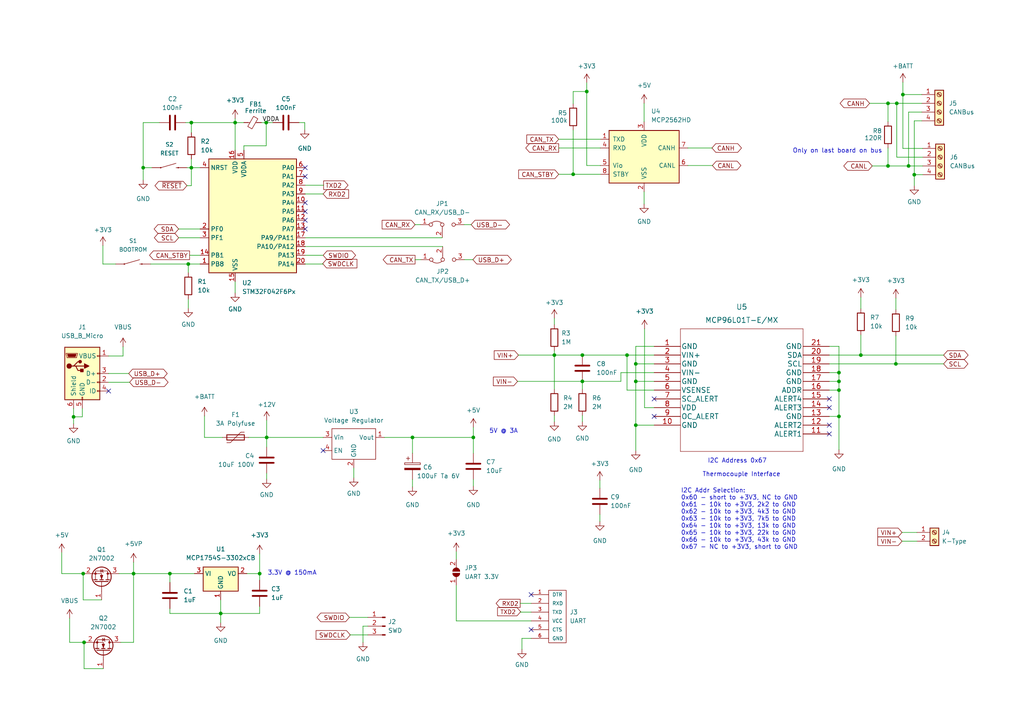
<source format=kicad_sch>
(kicad_sch (version 20211123) (generator eeschema)
  (paper "A4")
  (title_block (title "CANBus Thermocouple Sensor") (date "2023-02-28") (rev "1.0") (company "Gavin Hurlbut"))
  (lib_symbols
    (symbol "+3V3_2" (power) (pin_names (offset 0))
      (property "Value" "+3V3_2" (at 0 3.556 0))
      (symbol "+3V3_2_1_1"
        (pin power_in line (at 0 0 90) (length 0) hide (name "+3V3") (number "1"))
      )
    )
    (symbol "+3V3_3" (power) (pin_names (offset 0))
      (property "Value" "+3V3_3" (at 0 3.556 0))
      (symbol "+3V3_3_1_1"
        (pin power_in line (at 0 0 90) (length 0) hide (name "+3V3") (number "1"))
      )
    )
    (symbol "+3V3_5" (power) (pin_names (offset 0))
      (property "Value" "+3V3_5" (at 0 3.556 0))
      (symbol "+3V3_5_1_1"
        (pin power_in line (at 0 0 90) (length 0) hide (name "+3V3") (number "1"))
      )
    )
    (symbol "+BATT_1" (power) (pin_names (offset 0))
      (property "Value" "+BATT_1" (at 0 3.556 0))
      (symbol "+BATT_1_1_1"
        (pin power_in line (at 0 0 90) (length 0) hide (name "+BATT") (number "1"))
      )
    )
    (symbol "Beirdo:FTDI-TARGET" (pin_names (offset 1.016))
      (property "Reference" "J?" (at -1.27 1.27 0))
      (property "Value" "FTDI-TARGET" (at -6.35 -17.78 0))
      (symbol "FTDI-TARGET_1_1"
        (pin passive line (at -7.62 -1.27 0) (length 5.08) (name "DTR") (number "1"))
        (pin passive line (at -7.62 -3.81 0) (length 5.08) (name "RXD") (number "2"))
        (pin passive line (at -7.62 -6.35 0) (length 5.08) (name "TXD") (number "3"))
        (pin passive line (at -7.62 -8.89 0) (length 5.08) (name "VCC") (number "4"))
        (pin passive line (at -7.62 -11.43 0) (length 5.08) (name "CTS") (number "5"))
        (pin passive line (at -7.62 -13.97 0) (length 5.08) (name "GND") (number "6"))
      )
    )
    (symbol "Beirdo:MOMENTARY-SWITCH-SPST-PTH-6.0MM" (pin_numbers hide) (pin_names (offset 1.016) hide)
      (property "Reference" "S1" (at 0 6.731 0))
      (property "Value" "MOMENTARY-SWITCH-SPST-PTH-6.0MM" (at 0 4.191 0))
      (symbol "MOMENTARY-SWITCH-SPST-PTH-6.0MM_1_1"
        (pin passive line (at -5.08 0 0) (length 2.54) (name "1") (number "1"))
        (pin passive line (at -5.08 -1.27 0) (length 2.54) hide (name "1") (number "2"))
        (pin passive line (at 5.08 0 180) (length 2.54) (name "2") (number "3"))
        (pin passive line (at 5.08 -1.27 180) (length 2.54) hide (name "2") (number "4"))
      )
    )
    (symbol "Beirdo:Switching_Regulator_Module"
      (property "Reference" "U?" (at 0 5.08 0))
      (property "Value" "Switching_Regulator_Module" (at 0 2.54 0))
      (symbol "Switching_Regulator_Module_1_1"
        (pin power_out line (at 8.89 -2.54 180) (length 2.54) (name "Vout") (number "1"))
        (pin passive line (at 0 -11.43 90) (length 2.54) (name "GND") (number "2"))
        (pin power_in line (at -8.89 -2.54 0) (length 2.54) (name "Vin") (number "3"))
        (pin input line (at -8.89 -6.35 0) (length 2.54) (name "EN") (number "4"))
      )
    )
    (symbol "Connector:Conn_01x03_Male" (pin_names (offset 1.016) hide)
      (property "Reference" "J" (at 0 5.08 0))
      (property "Value" "Conn_01x03_Male" (at 0 -5.08 0))
      (symbol "Conn_01x03_Male_1_1"
        (pin passive line (at 5.08 2.54 180) (length 3.81) (name "Pin_1") (number "1"))
        (pin passive line (at 5.08 0 180) (length 3.81) (name "Pin_2") (number "2"))
        (pin passive line (at 5.08 -2.54 180) (length 3.81) (name "Pin_3") (number "3"))
      )
    )
    (symbol "Connector:Screw_Terminal_01x02" (pin_names (offset 1.016) hide)
      (property "Reference" "J" (at 0 2.54 0))
      (property "Value" "Screw_Terminal_01x02" (at 0 -5.08 0))
      (symbol "Screw_Terminal_01x02_1_1"
        (pin passive line (at -5.08 0 0) (length 3.81) (name "Pin_1") (number "1"))
        (pin passive line (at -5.08 -2.54 0) (length 3.81) (name "Pin_2") (number "2"))
      )
    )
    (symbol "Connector:Screw_Terminal_01x04" (pin_names (offset 1.016) hide)
      (property "Reference" "J" (at 0 5.08 0))
      (property "Value" "Screw_Terminal_01x04" (at 0 -7.62 0))
      (symbol "Screw_Terminal_01x04_1_1"
        (pin passive line (at -5.08 2.54 0) (length 3.81) (name "Pin_1") (number "1"))
        (pin passive line (at -5.08 0 0) (length 3.81) (name "Pin_2") (number "2"))
        (pin passive line (at -5.08 -2.54 0) (length 3.81) (name "Pin_3") (number "3"))
        (pin passive line (at -5.08 -5.08 0) (length 3.81) (name "Pin_4") (number "4"))
      )
    )
    (symbol "Connector:USB_B_Micro" (pin_names (offset 1.016))
      (property "Reference" "J" (at -5.08 11.43 0))
      (property "Value" "USB_B_Micro" (at -5.08 8.89 0))
      (symbol "USB_B_Micro_1_1"
        (pin power_out line (at 7.62 5.08 180) (length 2.54) (name "VBUS") (number "1"))
        (pin bidirectional line (at 7.62 -2.54 180) (length 2.54) (name "D-") (number "2"))
        (pin bidirectional line (at 7.62 0 180) (length 2.54) (name "D+") (number "3"))
        (pin passive line (at 7.62 -5.08 180) (length 2.54) (name "ID") (number "4"))
        (pin power_out line (at 0 -10.16 90) (length 2.54) (name "GND") (number "5"))
        (pin passive line (at -2.54 -10.16 90) (length 2.54) (name "Shield") (number "6"))
      )
    )
    (symbol "Device:C" (pin_numbers hide) (pin_names (offset 0.254))
      (property "Reference" "C" (at 0.635 2.54 0))
      (property "Value" "C" (at 0.635 -2.54 0))
      (symbol "C_1_1"
        (pin passive line (at 0 3.81 270) (length 2.794) (name "~") (number "1"))
        (pin passive line (at 0 -3.81 90) (length 2.794) (name "~") (number "2"))
      )
    )
    (symbol "Device:C_Polarized" (pin_numbers hide) (pin_names (offset 0.254))
      (property "Reference" "C" (at 0.635 2.54 0))
      (property "Value" "C_Polarized" (at 0.635 -2.54 0))
      (symbol "C_Polarized_1_1"
        (pin passive line (at 0 3.81 270) (length 2.794) (name "~") (number "1"))
        (pin passive line (at 0 -3.81 90) (length 2.794) (name "~") (number "2"))
      )
    )
    (symbol "Device:FerriteBead_Small" (pin_numbers hide) (pin_names (offset 0))
      (property "Reference" "FB" (at 1.905 1.27 0))
      (property "Value" "FerriteBead_Small" (at 1.905 -1.27 0))
      (symbol "FerriteBead_Small_1_1"
        (pin passive line (at 0 2.54 270) (length 1.27) (name "~") (number "1"))
        (pin passive line (at 0 -2.54 90) (length 1.27) (name "~") (number "2"))
      )
    )
    (symbol "Device:Polyfuse" (pin_numbers hide) (pin_names (offset 0))
      (property "Reference" "F" (at -2.54 0 90))
      (property "Value" "Polyfuse" (at 2.54 0 90))
      (symbol "Polyfuse_1_1"
        (pin passive line (at 0 3.81 270) (length 1.27) (name "~") (number "1"))
        (pin passive line (at 0 -3.81 90) (length 1.27) (name "~") (number "2"))
      )
    )
    (symbol "Device:R" (pin_numbers hide) (pin_names (offset 0))
      (property "Reference" "R" (at 2.032 0 90))
      (property "Value" "R" (at 0 0 90))
      (symbol "R_1_1"
        (pin passive line (at 0 3.81 270) (length 1.27) (name "~") (number "1"))
        (pin passive line (at 0 -3.81 90) (length 1.27) (name "~") (number "2"))
      )
    )
    (symbol "Interface_CAN_LIN:MCP2562-H-SN" (pin_names (offset 1.016))
      (property "Reference" "U" (at -10.16 8.89 0))
      (property "Value" "MCP2562-H-SN" (at 2.54 8.89 0))
      (symbol "MCP2562-H-SN_1_1"
        (pin input line (at -12.7 5.08 0) (length 2.54) (name "TXD") (number "1"))
        (pin power_in line (at 0 -10.16 90) (length 2.54) (name "VSS") (number "2"))
        (pin power_in line (at 0 10.16 270) (length 2.54) (name "VDD") (number "3"))
        (pin output line (at -12.7 2.54 0) (length 2.54) (name "RXD") (number "4"))
        (pin power_in line (at -12.7 -2.54 0) (length 2.54) (name "Vio") (number "5"))
        (pin bidirectional line (at 12.7 -2.54 180) (length 2.54) (name "CANL") (number "6"))
        (pin bidirectional line (at 12.7 2.54 180) (length 2.54) (name "CANH") (number "7"))
        (pin input line (at -12.7 -5.08 0) (length 2.54) (name "STBY") (number "8"))
      )
    )
    (symbol "Jumper:Jumper_3_Bridged12" (pin_names (offset 0) hide)
      (property "Reference" "JP" (at -2.54 -2.54 0))
      (property "Value" "Jumper_3_Bridged12" (at 0 2.794 0))
      (symbol "Jumper_3_Bridged12_1_1"
        (pin passive line (at -6.35 0 0) (length 2.54) (name "A") (number "1"))
        (pin passive line (at 0 -3.81 90) (length 2.54) (name "C") (number "2"))
        (pin passive line (at 6.35 0 180) (length 2.54) (name "B") (number "3"))
      )
    )
    (symbol "Jumper:SolderJumper_2_Open" (pin_names (offset 0) hide)
      (property "Reference" "JP" (at 0 2.032 0))
      (property "Value" "SolderJumper_2_Open" (at 0 -2.54 0))
      (symbol "SolderJumper_2_Open_1_1"
        (pin passive line (at -3.81 0 0) (length 2.54) (name "A") (number "1"))
        (pin passive line (at 3.81 0 180) (length 2.54) (name "B") (number "2"))
      )
    )
    (symbol "MCU_ST_STM32F0:STM32F042F6Px"
      (property "Reference" "U" (at -12.7 16.51 0))
      (property "Value" "STM32F042F6Px" (at 0 16.51 0))
      (symbol "STM32F042F6Px_1_1"
        (pin bidirectional line (at -15.24 -15.24 0) (length 2.54) (name "PB8") (number "1"))
        (pin bidirectional line (at 15.24 2.54 180) (length 2.54) (name "PA4") (number "10"))
        (pin bidirectional line (at 15.24 0 180) (length 2.54) (name "PA5") (number "11"))
        (pin bidirectional line (at 15.24 -2.54 180) (length 2.54) (name "PA6") (number "12"))
        (pin bidirectional line (at 15.24 -5.08 180) (length 2.54) (name "PA7") (number "13"))
        (pin bidirectional line (at -15.24 -12.7 0) (length 2.54) (name "PB1") (number "14"))
        (pin power_in line (at -5.08 -20.32 90) (length 2.54) (name "VSS") (number "15"))
        (pin power_in line (at -5.08 17.78 270) (length 2.54) (name "VDD") (number "16"))
        (pin bidirectional line (at 15.24 -7.62 180) (length 2.54) (name "PA9/PA11") (number "17"))
        (pin bidirectional line (at 15.24 -10.16 180) (length 2.54) (name "PA10/PA12") (number "18"))
        (pin bidirectional line (at 15.24 -12.7 180) (length 2.54) (name "PA13") (number "19"))
        (pin input line (at -15.24 -5.08 0) (length 2.54) (name "PF0") (number "2"))
        (pin bidirectional line (at 15.24 -15.24 180) (length 2.54) (name "PA14") (number "20"))
        (pin input line (at -15.24 -7.62 0) (length 2.54) (name "PF1") (number "3"))
        (pin input line (at -15.24 12.7 0) (length 2.54) (name "NRST") (number "4"))
        (pin power_in line (at -2.54 17.78 270) (length 2.54) (name "VDDA") (number "5"))
        (pin bidirectional line (at 15.24 12.7 180) (length 2.54) (name "PA0") (number "6"))
        (pin bidirectional line (at 15.24 10.16 180) (length 2.54) (name "PA1") (number "7"))
        (pin bidirectional line (at 15.24 7.62 180) (length 2.54) (name "PA2") (number "8"))
        (pin bidirectional line (at 15.24 5.08 180) (length 2.54) (name "PA3") (number "9"))
      )
    )
    (symbol "Regulator_Linear:MCP1754S-3302xCB"
      (property "Reference" "U" (at -3.81 3.175 0))
      (property "Value" "MCP1754S-3302xCB" (at -0.635 3.175 0))
      (symbol "MCP1754S-3302xCB_1_1"
        (pin power_in line (at 0 -7.62 90) (length 2.54) (name "GND") (number "1"))
        (pin power_out line (at 7.62 0 180) (length 2.54) (name "VO") (number "2"))
        (pin power_in line (at -7.62 0 0) (length 2.54) (name "VI") (number "3"))
      )
    )
    (symbol "Transistor_FET:2N7002" (pin_names hide)
      (property "Reference" "Q" (at 5.08 1.905 0))
      (property "Value" "2N7002" (at 5.08 0 0))
      (symbol "2N7002_1_1"
        (pin input line (at -5.08 0 0) (length 2.54) (name "G") (number "1"))
        (pin passive line (at 2.54 -5.08 90) (length 2.54) (name "S") (number "2"))
        (pin passive line (at 2.54 5.08 270) (length 2.54) (name "D") (number "3"))
      )
    )
    (symbol "UltraLibrarian:MCP96L01T-E{brace}slash}MX" (pin_names (offset 0.254))
      (property "Reference" "U" (at 25.4 10.16 0))
      (property "Value" "MCP96L01T-E{brace}slash}MX" (at 25.4 7.62 0))
      (symbol "MCP96L01T-E{brace}slash}MX_1_1"
        (pin power_in line (at 0 0 0) (length 7.62) (name "GND") (number "1"))
        (pin power_in line (at 0 -22.86 0) (length 7.62) (name "GND") (number "10"))
        (pin output line (at 50.8 -25.4 180) (length 7.62) (name "ALERT1") (number "11"))
        (pin output line (at 50.8 -22.86 180) (length 7.62) (name "ALERT2") (number "12"))
        (pin power_in line (at 50.8 -20.32 180) (length 7.62) (name "GND") (number "13"))
        (pin output line (at 50.8 -17.78 180) (length 7.62) (name "ALERT3") (number "14"))
        (pin output line (at 50.8 -15.24 180) (length 7.62) (name "ALERT4") (number "15"))
        (pin input line (at 50.8 -12.7 180) (length 7.62) (name "ADDR") (number "16"))
        (pin power_in line (at 50.8 -10.16 180) (length 7.62) (name "GND") (number "17"))
        (pin power_in line (at 50.8 -7.62 180) (length 7.62) (name "GND") (number "18"))
        (pin input line (at 50.8 -5.08 180) (length 7.62) (name "SCL") (number "19"))
        (pin input line (at 0 -2.54 0) (length 7.62) (name "VIN+") (number "2"))
        (pin bidirectional line (at 50.8 -2.54 180) (length 7.62) (name "SDA") (number "20"))
        (pin power_in line (at 50.8 0 180) (length 7.62) (name "GND") (number "21"))
        (pin power_in line (at 0 -5.08 0) (length 7.62) (name "GND") (number "3"))
        (pin input line (at 0 -7.62 0) (length 7.62) (name "VIN-") (number "4"))
        (pin power_in line (at 0 -10.16 0) (length 7.62) (name "GND") (number "5"))
        (pin input line (at 0 -12.7 0) (length 7.62) (name "VSENSE") (number "6"))
        (pin output line (at 0 -15.24 0) (length 7.62) (name "SC_ALERT") (number "7"))
        (pin power_in line (at 0 -17.78 0) (length 7.62) (name "VDD") (number "8"))
        (pin output line (at 0 -20.32 0) (length 7.62) (name "OC_ALERT") (number "9"))
      )
    )
    (symbol "power:+12V" (power) (pin_names (offset 0))
      (property "Value" "+12V" (at 0 3.556 0))
      (symbol "+12V_1_1"
        (pin power_in line (at 0 0 90) (length 0) hide (name "+12V") (number "1"))
      )
    )
    (symbol "power:+3V3" (power) (pin_names (offset 0))
      (property "Value" "+3V3" (at 0 3.556 0))
      (symbol "+3V3_1_1"
        (pin power_in line (at 0 0 90) (length 0) hide (name "+3V3") (number "1"))
      )
    )
    (symbol "power:+5V" (power) (pin_names (offset 0))
      (property "Value" "+5V" (at 0 3.556 0))
      (symbol "+5V_1_1"
        (pin power_in line (at 0 0 90) (length 0) hide (name "+5V") (number "1"))
      )
    )
    (symbol "power:+5VP" (power) (pin_names (offset 0))
      (property "Value" "+5VP" (at 0 3.556 0))
      (symbol "+5VP_1_1"
        (pin power_in line (at 0 0 90) (length 0) hide (name "+5VP") (number "1"))
      )
    )
    (symbol "power:+BATT" (power) (pin_names (offset 0))
      (property "Value" "+BATT" (at 0 3.556 0))
      (symbol "+BATT_1_1"
        (pin power_in line (at 0 0 90) (length 0) hide (name "+BATT") (number "1"))
      )
    )
    (symbol "power:GND" (power) (pin_names (offset 0))
      (property "Value" "GND" (at 0 -3.81 0))
      (symbol "GND_1_1"
        (pin power_in line (at 0 0 270) (length 0) hide (name "GND") (number "1"))
      )
    )
    (symbol "power:VBUS" (power) (pin_names (offset 0))
      (property "Value" "VBUS" (at 0 3.81 0))
      (symbol "VBUS_1_1"
        (pin power_in line (at 0 0 90) (length 0) hide (name "VBUS") (number "1"))
      )
    )
  )
  (junction (at 259.842 105.537))
  (junction (at 261.874 27.432))
  (junction (at 24.13 166.37))
  (junction (at 38.735 166.37))
  (junction (at 49.276 166.37))
  (junction (at 184.404 123.317))
  (junction (at 257.556 48.133))
  (junction (at 257.556 29.972))
  (junction (at 243.332 108.077))
  (junction (at 184.404 105.537))
  (junction (at 55.499 48.641))
  (junction (at 168.91 102.997))
  (junction (at 265.176 50.673))
  (junction (at 263.525 48.133))
  (junction (at 64.008 177.927))
  (junction (at 137.287 126.873))
  (junction (at 54.61 76.581))
  (junction (at 77.216 35.56))
  (junction (at 260.096 29.972))
  (junction (at 41.529 48.641))
  (junction (at 243.332 120.777))
  (junction (at 168.91 110.617))
  (junction (at 119.634 126.873))
  (junction (at 170.18 26.543))
  (junction (at 55.499 35.56))
  (junction (at 77.343 126.873))
  (junction (at 243.332 113.157))
  (junction (at 243.332 110.617))
  (junction (at 21.336 120.904))
  (junction (at 184.404 110.617))
  (junction (at 24.384 186.309))
  (junction (at 160.782 102.997))
  (junction (at 181.864 102.997))
  (junction (at 249.682 102.997))
  (junction (at 166.243 50.546))
  (junction (at 68.199 35.56))
  (junction (at 75.311 166.37))
  (no_connect (at 88.519 48.641))
  (no_connect (at 240.538 118.237))
  (no_connect (at 88.519 51.181))
  (no_connect (at 154.051 172.466))
  (no_connect (at 154.051 182.626))
  (no_connect (at 88.519 63.881))
  (no_connect (at 240.538 115.697))
  (no_connect (at 88.519 66.421))
  (no_connect (at 88.519 61.341))
  (no_connect (at 189.738 120.777))
  (no_connect (at 31.496 113.411))
  (no_connect (at 189.738 115.697))
  (no_connect (at 240.538 125.857))
  (no_connect (at 88.519 58.801))
  (no_connect (at 240.538 123.317))
  (no_connect (at 93.726 130.683))
  (wire (pts (xy 51.816 66.421) (xy 58.039 66.421)))
  (wire (pts (xy 261.874 43.053) (xy 267.589 43.053)))
  (wire (pts (xy 181.864 102.997) (xy 189.738 102.997)))
  (wire (pts (xy 31.496 108.331) (xy 37.338 108.331)))
  (wire (pts (xy 88.519 68.961) (xy 128.27 68.961)))
  (wire (pts (xy 77.216 35.56) (xy 79.121 35.56)))
  (wire (pts (xy 68.199 81.661) (xy 68.199 84.963)))
  (wire (pts (xy 259.842 105.537) (xy 273.685 105.537)))
  (wire (pts (xy 189.738 105.537) (xy 184.404 105.537)))
  (wire (pts (xy 189.738 100.457) (xy 184.404 100.457)))
  (wire (pts (xy 44.069 48.641) (xy 41.529 48.641)))
  (wire (pts (xy 55.499 38.481) (xy 55.499 35.56)))
  (wire (pts (xy 265.176 53.848) (xy 265.176 50.673)))
  (wire (pts (xy 263.525 48.133) (xy 267.589 48.133)))
  (wire (pts (xy 257.556 48.133) (xy 263.525 48.133)))
  (wire (pts (xy 243.332 108.077) (xy 243.332 110.617)))
  (wire (pts (xy 189.738 110.617) (xy 184.404 110.617)))
  (wire (pts (xy 150.114 110.617) (xy 168.91 110.617)))
  (wire (pts (xy 132.334 180.086) (xy 154.051 180.086)))
  (wire (pts (xy 249.682 86.233) (xy 249.682 89.535)))
  (wire (pts (xy 186.944 118.237) (xy 189.738 118.237)))
  (wire (pts (xy 120.396 75.311) (xy 122.047 75.311)))
  (wire (pts (xy 54.229 48.641) (xy 55.499 48.641)))
  (wire (pts (xy 243.332 120.777) (xy 240.538 120.777)))
  (wire (pts (xy 261.874 23.876) (xy 261.874 27.432)))
  (wire (pts (xy 59.309 126.873) (xy 59.309 120.65)))
  (wire (pts (xy 49.276 176.53) (xy 49.276 177.927)))
  (wire (pts (xy 243.332 110.617) (xy 243.332 113.157)))
  (wire (pts (xy 240.538 105.537) (xy 259.842 105.537)))
  (wire (pts (xy 55.499 46.101) (xy 55.499 48.641)))
  (wire (pts (xy 72.136 126.873) (xy 77.343 126.873)))
  (wire (pts (xy 93.599 76.581) (xy 93.599 76.454)))
  (wire (pts (xy 101.473 184.15) (xy 106.68 184.15)))
  (wire (pts (xy 68.199 34.417) (xy 68.199 35.56)))
  (wire (pts (xy 121.92 65.151) (xy 120.396 65.151)))
  (wire (pts (xy 41.529 35.56) (xy 46.228 35.56)))
  (wire (pts (xy 41.529 48.641) (xy 41.529 52.197)))
  (wire (pts (xy 160.782 101.727) (xy 160.782 102.997)))
  (wire (pts (xy 35.687 103.251) (xy 35.687 100.584)))
  (wire (pts (xy 259.842 97.409) (xy 259.842 105.537)))
  (wire (pts (xy 49.276 166.37) (xy 49.276 168.91)))
  (wire (pts (xy 75.311 166.37) (xy 75.311 168.275)))
  (wire (pts (xy 132.334 160.02) (xy 132.334 162.179)))
  (wire (pts (xy 58.039 68.961) (xy 51.816 68.961)))
  (wire (pts (xy 173.99 139.319) (xy 173.99 141.605)))
  (wire (pts (xy 240.538 100.457) (xy 243.332 100.457)))
  (wire (pts (xy 24.384 193.929) (xy 24.384 186.309)))
  (wire (pts (xy 151.003 177.546) (xy 151.003 177.419)))
  (wire (pts (xy 54.61 76.581) (xy 58.039 76.581)))
  (wire (pts (xy 186.944 95.377) (xy 186.944 118.237)))
  (wire (pts (xy 105.283 186.309) (xy 105.283 181.61)))
  (wire (pts (xy 64.008 177.927) (xy 75.311 177.927)))
  (wire (pts (xy 151.384 185.166) (xy 154.051 185.166)))
  (wire (pts (xy 88.519 71.501) (xy 128.397 71.501)))
  (wire (pts (xy 137.287 126.873) (xy 137.287 131.445)))
  (wire (pts (xy 23.876 120.904) (xy 21.336 120.904)))
  (wire (pts (xy 64.008 177.927) (xy 64.008 180.594)))
  (wire (pts (xy 267.335 32.512) (xy 263.525 32.512)))
  (wire (pts (xy 70.739 42.291) (xy 77.216 42.291)))
  (wire (pts (xy 166.243 50.546) (xy 162.052 50.546)))
  (wire (pts (xy 181.864 113.157) (xy 181.864 102.997)))
  (wire (pts (xy 170.18 26.543) (xy 170.18 24.003)))
  (wire (pts (xy 151.384 188.341) (xy 151.384 185.166)))
  (wire (pts (xy 166.243 37.719) (xy 166.243 50.546)))
  (wire (pts (xy 150.876 175.006) (xy 154.051 175.006)))
  (wire (pts (xy 150.368 102.997) (xy 160.782 102.997)))
  (wire (pts (xy 132.334 169.799) (xy 132.334 180.086)))
  (wire (pts (xy 137.287 139.065) (xy 137.287 140.97)))
  (wire (pts (xy 24.13 173.99) (xy 24.13 166.37)))
  (wire (pts (xy 267.589 45.593) (xy 260.096 45.593)))
  (wire (pts (xy 257.556 42.926) (xy 257.556 48.133)))
  (wire (pts (xy 160.782 120.523) (xy 160.782 122.301)))
  (wire (pts (xy 64.516 126.873) (xy 59.309 126.873)))
  (wire (pts (xy 111.506 126.873) (xy 119.634 126.873)))
  (wire (pts (xy 20.193 186.309) (xy 24.384 186.309)))
  (wire (pts (xy 174.117 48.006) (xy 170.18 48.006)))
  (wire (pts (xy 88.519 74.041) (xy 93.726 74.041)))
  (wire (pts (xy 162.052 42.926) (xy 174.117 42.926)))
  (wire (pts (xy 261.874 27.432) (xy 267.335 27.432)))
  (wire (pts (xy 265.176 50.673) (xy 267.589 50.673)))
  (wire (pts (xy 249.682 102.997) (xy 273.685 102.997)))
  (wire (pts (xy 243.332 113.157) (xy 243.332 120.777)))
  (wire (pts (xy 263.525 32.512) (xy 263.525 48.133)))
  (wire (pts (xy 134.747 75.311) (xy 137.16 75.311)))
  (wire (pts (xy 17.907 160.274) (xy 17.907 166.37)))
  (wire (pts (xy 77.216 35.56) (xy 75.819 35.56)))
  (wire (pts (xy 265.176 35.052) (xy 265.176 50.673)))
  (wire (pts (xy 38.735 166.37) (xy 49.276 166.37)))
  (wire (pts (xy 17.907 166.37) (xy 24.13 166.37)))
  (wire (pts (xy 261.62 156.972) (xy 265.938 156.972)))
  (wire (pts (xy 105.283 181.61) (xy 106.68 181.61)))
  (wire (pts (xy 88.392 37.592) (xy 88.392 35.56)))
  (wire (pts (xy 168.91 102.997) (xy 181.864 102.997)))
  (wire (pts (xy 260.096 29.972) (xy 267.335 29.972)))
  (wire (pts (xy 174.117 50.546) (xy 166.243 50.546)))
  (wire (pts (xy 189.738 113.157) (xy 181.864 113.157)))
  (wire (pts (xy 88.392 35.56) (xy 86.741 35.56)))
  (wire (pts (xy 88.519 76.581) (xy 93.599 76.581)))
  (wire (pts (xy 261.874 27.432) (xy 261.874 43.053)))
  (wire (pts (xy 35.052 186.309) (xy 38.735 186.309)))
  (wire (pts (xy 49.276 177.927) (xy 64.008 177.927)))
  (wire (pts (xy 240.538 108.077) (xy 243.332 108.077)))
  (wire (pts (xy 77.216 42.291) (xy 77.216 35.56)))
  (wire (pts (xy 184.404 110.617) (xy 184.404 123.317)))
  (wire (pts (xy 134.62 65.151) (xy 136.652 65.151)))
  (wire (pts (xy 168.91 112.903) (xy 168.91 110.617)))
  (wire (pts (xy 252.984 48.133) (xy 257.556 48.133)))
  (wire (pts (xy 21.336 120.904) (xy 21.336 118.491)))
  (wire (pts (xy 70.739 42.291) (xy 70.739 43.561)))
  (wire (pts (xy 243.332 110.617) (xy 240.538 110.617)))
  (wire (pts (xy 38.735 163.068) (xy 38.735 166.37)))
  (wire (pts (xy 252.222 29.972) (xy 257.556 29.972)))
  (wire (pts (xy 184.404 130.683) (xy 184.404 123.317)))
  (wire (pts (xy 240.538 113.157) (xy 243.332 113.157)))
  (wire (pts (xy 160.782 92.329) (xy 160.782 94.107)))
  (wire (pts (xy 29.845 71.247) (xy 29.845 76.581)))
  (wire (pts (xy 77.343 126.873) (xy 77.343 129.667)))
  (wire (pts (xy 24.13 166.37) (xy 24.384 166.37)))
  (wire (pts (xy 55.499 35.56) (xy 68.199 35.56)))
  (wire (pts (xy 54.61 86.741) (xy 54.61 89.408)))
  (wire (pts (xy 186.817 55.626) (xy 186.817 59.182)))
  (wire (pts (xy 88.519 56.261) (xy 93.726 56.261)))
  (wire (pts (xy 49.276 166.37) (xy 56.388 166.37)))
  (wire (pts (xy 261.62 154.432) (xy 265.938 154.432)))
  (wire (pts (xy 55.499 48.641) (xy 58.039 48.641)))
  (wire (pts (xy 75.311 175.895) (xy 75.311 177.927)))
  (wire (pts (xy 240.538 102.997) (xy 249.682 102.997)))
  (wire (pts (xy 77.343 137.287) (xy 77.343 138.938)))
  (wire (pts (xy 243.332 130.429) (xy 243.332 120.777)))
  (wire (pts (xy 166.243 26.543) (xy 170.18 26.543)))
  (wire (pts (xy 29.845 76.581) (xy 33.528 76.581)))
  (wire (pts (xy 55.499 48.641) (xy 55.499 53.848)))
  (wire (pts (xy 168.91 110.617) (xy 180.086 110.617)))
  (wire (pts (xy 75.311 160.655) (xy 75.311 166.37)))
  (wire (pts (xy 257.556 35.306) (xy 257.556 29.972)))
  (wire (pts (xy 166.243 30.099) (xy 166.243 26.543)))
  (wire (pts (xy 184.404 105.537) (xy 184.404 110.617)))
  (wire (pts (xy 137.287 123.952) (xy 137.287 126.873)))
  (wire (pts (xy 119.634 139.065) (xy 119.634 141.224)))
  (wire (pts (xy 21.336 122.936) (xy 21.336 120.904)))
  (wire (pts (xy 68.199 35.56) (xy 68.199 43.561)))
  (wire (pts (xy 184.404 100.457) (xy 184.404 105.537)))
  (wire (pts (xy 29.464 173.99) (xy 24.13 173.99)))
  (wire (pts (xy 38.735 186.309) (xy 38.735 166.37)))
  (wire (pts (xy 54.229 53.848) (xy 55.499 53.848)))
  (wire (pts (xy 174.117 40.386) (xy 162.052 40.386)))
  (wire (pts (xy 257.556 29.972) (xy 260.096 29.972)))
  (wire (pts (xy 151.003 177.546) (xy 154.051 177.546)))
  (wire (pts (xy 54.61 79.121) (xy 54.61 76.581)))
  (wire (pts (xy 184.404 123.317) (xy 189.738 123.317)))
  (wire (pts (xy 77.343 126.873) (xy 93.726 126.873)))
  (wire (pts (xy 88.519 53.721) (xy 93.853 53.721)))
  (wire (pts (xy 186.817 29.972) (xy 186.817 35.306)))
  (wire (pts (xy 102.616 135.763) (xy 102.616 138.557)))
  (wire (pts (xy 23.876 118.491) (xy 23.876 120.904)))
  (wire (pts (xy 249.682 97.155) (xy 249.682 102.997)))
  (wire (pts (xy 119.634 126.873) (xy 137.287 126.873)))
  (wire (pts (xy 199.517 42.926) (xy 206.502 42.926)))
  (wire (pts (xy 160.782 102.997) (xy 168.91 102.997)))
  (wire (pts (xy 243.332 100.457) (xy 243.332 108.077)))
  (wire (pts (xy 160.782 102.997) (xy 160.782 112.903)))
  (wire (pts (xy 70.739 35.56) (xy 68.199 35.56)))
  (wire (pts (xy 29.972 193.929) (xy 24.384 193.929)))
  (wire (pts (xy 54.61 76.581) (xy 43.688 76.581)))
  (wire (pts (xy 54.991 74.041) (xy 58.039 74.041)))
  (wire (pts (xy 31.496 110.871) (xy 37.592 110.871)))
  (wire (pts (xy 267.335 35.052) (xy 265.176 35.052)))
  (wire (pts (xy 41.529 35.56) (xy 41.529 48.641)))
  (wire (pts (xy 199.517 48.006) (xy 206.629 48.006)))
  (wire (pts (xy 77.343 121.92) (xy 77.343 126.873)))
  (wire (pts (xy 101.346 179.07) (xy 106.68 179.07)))
  (wire (pts (xy 189.738 108.077) (xy 180.086 108.077)))
  (wire (pts (xy 168.91 120.523) (xy 168.91 122.301)))
  (wire (pts (xy 180.086 108.077) (xy 180.086 110.617)))
  (wire (pts (xy 20.193 179.324) (xy 20.193 186.309)))
  (wire (pts (xy 119.634 126.873) (xy 119.634 131.445)))
  (wire (pts (xy 53.848 35.56) (xy 55.499 35.56)))
  (wire (pts (xy 71.628 166.37) (xy 75.311 166.37)))
  (wire (pts (xy 173.99 149.225) (xy 173.99 151.257)))
  (wire (pts (xy 34.544 166.37) (xy 38.735 166.37)))
  (wire (pts (xy 31.496 103.251) (xy 35.687 103.251)))
  (wire (pts (xy 24.384 186.309) (xy 24.892 186.309)))
  (wire (pts (xy 64.008 173.99) (xy 64.008 177.927)))
  (wire (pts (xy 260.096 45.593) (xy 260.096 29.972)))
  (wire (pts (xy 170.18 48.006) (xy 170.18 26.543)))
  (wire (pts (xy 259.842 86.487) (xy 259.842 89.789)))
  (text "5V @ 3A" (at 150.241 125.857 180) (effects (font (size 1.27 1.27)) (justify right bottom)))
  (text "Only on last board on bus" (at 255.905 44.577 180) (effects (font (size 1.27 1.27)) (justify right bottom)))
  (text "I2C Address 0x67" (at 205.232 134.493 0) (effects (font (size 1.27 1.27)) (justify left bottom)))
  (text "Thermocouple Interface" (at 203.708 138.43 0) (effects (font (size 1.27 1.27)) (justify left bottom)))
  (text "3.3V @ 150mA" (at 77.597 167.005 0) (effects (font (size 1.27 1.27)) (justify left bottom)))
  (text "I2C Addr Selection:\n0x60 - short to +3V3, NC to GND\n0x61 - 10k to +3V3, 2k2 to GND\n0x62 - 10k to +3V3, 4k3 to GND\n0x63 - 10k to +3V3, 7k5 to GND\n0x64 - 10k to +3V3, 13k to GND\n0x65 - 10k to +3V3, 22k to GND\n0x66 - 10k to +3V3, 43k to GND\n0x67 - NC to +3V3, short to GND" (at 197.485 159.512 0) (effects (font (size 1.27 1.27)) (justify left bottom)))
  (label "VDDA" (at 76.073 35.56 0))
  (global_label "TXD2" (shape input) (at 151.003 177.419 180) (effects (font (size 1.2 1.2))) (property "Intersheet References" "${INTERSHEET_REFS}" (effects hide)))
  (global_label "VIN-" (shape input) (at 261.62 156.972 180) (property "Intersheet References" "${INTERSHEET_REFS}" (effects hide)))
  (global_label "SCL" (shape bidirectional) (at 273.685 105.537 0) (property "Intersheet References" "${INTERSHEET_REFS}" (effects hide)))
  (global_label "CANH" (shape bidirectional) (at 206.502 42.926 0) (property "Intersheet References" "${INTERSHEET_REFS}" (effects hide)))
  (global_label "VIN+" (shape input) (at 261.62 154.432 180) (property "Intersheet References" "${INTERSHEET_REFS}" (effects hide)))
  (global_label "USB_D-" (shape bidirectional) (at 37.592 110.871 0) (property "Intersheet References" "${INTERSHEET_REFS}" (effects hide)))
  (global_label "CAN_STBY" (shape input) (at 162.052 50.546 180) (property "Intersheet References" "${INTERSHEET_REFS}" (effects hide)))
  (global_label "VIN+" (shape input) (at 150.368 102.997 180) (property "Intersheet References" "${INTERSHEET_REFS}" (effects hide)))
  (global_label "SDA" (shape bidirectional) (at 273.685 102.997 0) (property "Intersheet References" "${INTERSHEET_REFS}" (effects hide)))
  (global_label "SCL" (shape bidirectional) (at 51.816 68.961 180) (property "Intersheet References" "${INTERSHEET_REFS}" (effects hide)))
  (global_label "USB_D+" (shape bidirectional) (at 37.338 108.331 0) (property "Intersheet References" "${INTERSHEET_REFS}" (effects hide)))
  (global_label "SDA" (shape bidirectional) (at 51.816 66.421 180) (property "Intersheet References" "${INTERSHEET_REFS}" (effects hide)))
  (global_label "USB_D-" (shape bidirectional) (at 136.652 65.151 0) (property "Intersheet References" "${INTERSHEET_REFS}" (effects hide)))
  (global_label "CANH" (shape bidirectional) (at 252.222 29.972 180) (property "Intersheet References" "${INTERSHEET_REFS}" (effects hide)))
  (global_label "~{RESET}" (shape bidirectional) (at 54.229 53.848 180) (property "Intersheet References" "${INTERSHEET_REFS}" (effects hide)))
  (global_label "CANL" (shape bidirectional) (at 252.984 48.133 180) (property "Intersheet References" "${INTERSHEET_REFS}" (effects hide)))
  (global_label "SWDCLK" (shape input) (at 101.6 184.15 180) (property "Intersheet References" "${INTERSHEET_REFS}" (effects hide)))
  (global_label "RXD2" (shape input) (at 93.726 56.261 0) (property "Intersheet References" "${INTERSHEET_REFS}" (effects hide)))
  (global_label "TXD2" (shape output) (at 93.853 53.721 0) (property "Intersheet References" "${INTERSHEET_REFS}" (effects hide)))
  (global_label "CANL" (shape bidirectional) (at 206.629 48.006 0) (property "Intersheet References" "${INTERSHEET_REFS}" (effects hide)))
  (global_label "VIN-" (shape input) (at 150.114 110.617 180) (property "Intersheet References" "${INTERSHEET_REFS}" (effects hide)))
  (global_label "RXD2" (shape output) (at 150.876 175.006 180) (effects (font (size 1.2 1.2))) (property "Intersheet References" "${INTERSHEET_REFS}" (effects hide)))
  (global_label "CAN_TX" (shape input) (at 162.052 40.386 180) (property "Intersheet References" "${INTERSHEET_REFS}" (effects hide)))
  (global_label "SWDCLK" (shape input) (at 93.599 76.454 0) (property "Intersheet References" "${INTERSHEET_REFS}" (effects hide)))
  (global_label "CAN_STBY" (shape output) (at 54.991 74.041 180) (property "Intersheet References" "${INTERSHEET_REFS}" (effects hide)))
  (global_label "CAN_RX" (shape output) (at 162.052 42.926 180) (property "Intersheet References" "${INTERSHEET_REFS}" (effects hide)))
  (global_label "SWDIO" (shape bidirectional) (at 101.346 179.07 180) (property "Intersheet References" "${INTERSHEET_REFS}" (effects hide)))
  (global_label "USB_D+" (shape bidirectional) (at 137.16 75.311 0) (property "Intersheet References" "${INTERSHEET_REFS}" (effects hide)))
  (global_label "SWDIO" (shape bidirectional) (at 93.726 74.041 0) (property "Intersheet References" "${INTERSHEET_REFS}" (effects hide)))
  (global_label "CAN_TX" (shape output) (at 120.396 75.311 180) (property "Intersheet References" "${INTERSHEET_REFS}" (effects hide)))
  (global_label "CAN_RX" (shape input) (at 120.396 65.151 180) (property "Intersheet References" "${INTERSHEET_REFS}" (effects hide)))
  (symbol (lib_id "Device:R") (at 160.782 97.917 0) (unit 1)
    (property "Reference" "R3" (at 162.814 96.6469 0) (effects (justify left)))
    (property "Value" "1M" (at 162.814 99.1869 0) (effects (justify left)))
    (property "Footprint" "Resistor_SMD:R_0805_2012Metric_Pad1.20x1.40mm_HandSolder" (effects hide))
  )
  (symbol (lib_id "power:GND") (at 160.782 122.301 0) (unit 1)
    (property "Reference" "#PWR025" (effects hide))
    (property "Value" "GND" (at 160.782 127.381 0))
  )
  (symbol (lib_id "Device:C") (at 82.931 35.56 90) (unit 1)
    (property "Reference" "C5" (at 82.931 28.702 90))
    (property "Value" "100nF" (at 82.931 31.242 90))
    (property "Footprint" "Capacitor_SMD:C_0805_2012Metric_Pad1.18x1.45mm_HandSolder" (effects hide))
  )
  (symbol (lib_id "Interface_CAN_LIN:MCP2562-H-SN") (at 186.817 45.466 0) (unit 1)
    (property "Reference" "U4" (at 188.8364 32.258 0) (effects (justify left)))
    (property "Value" "MCP2562HD" (at 188.8364 34.798 0) (effects (justify left)))
    (property "Footprint" "Package_SO:SOIC-8_3.9x4.9mm_P1.27mm" (effects hide))
    (property "Datasheet" "http://ww1.microchip.com/downloads/en/DeviceDoc/25167A.pdf" (effects hide))
  )
  (symbol (lib_id "Transistor_FET:2N7002") (at 29.972 188.849 270) (mirror x) (unit 1)
    (property "Reference" "Q2" (at 29.972 179.324 90))
    (property "Value" "2N7002" (at 29.972 181.864 90))
    (property "Footprint" "Package_TO_SOT_SMD:SOT-23" (effects hide))
    (property "Datasheet" "https://www.onsemi.com/pub/Collateral/NDS7002A-D.PDF" (effects hide))
  )
  (symbol (lib_id "power:GND") (at 54.61 89.408 0) (unit 1)
    (property "Reference" "#PWR08" (effects hide))
    (property "Value" "GND" (at 54.61 94.107 0))
  )
  (symbol (lib_id "power:GND") (at 243.332 130.429 0) (unit 1)
    (property "Reference" "#PWR034" (effects hide))
    (property "Value" "GND" (at 243.332 136.017 0))
  )
  (symbol (lib_id "power:GND") (at 102.616 138.557 0) (unit 1)
    (property "Reference" "#PWR017" (effects hide))
    (property "Value" "GND" (at 102.616 143.129 0))
  )
  (symbol (lib_id "Jumper:SolderJumper_2_Open") (at 132.334 165.989 90) (unit 1)
    (property "Reference" "JP3" (at 134.747 164.7189 90) (effects (justify right)))
    (property "Value" "UART 3.3V" (at 134.747 167.2589 90) (effects (justify right)))
    (property "Footprint" "Jumper:SolderJumper-2_P1.3mm_Open_TrianglePad1.0x1.5mm" (effects hide))
  )
  (symbol (lib_id "power:GND") (at 77.343 138.938 0) (unit 1)
    (property "Reference" "#PWR015" (effects hide))
    (property "Value" "GND" (at 77.343 143.51 0))
  )
  (symbol (lib_id "Device:R") (at 257.556 39.116 0) (unit 1)
    (property "Reference" "R8" (at 253.111 37.973 0) (effects (justify left)))
    (property "Value" "120R" (at 250.698 40.005 0) (effects (justify left)))
    (property "Footprint" "Resistor_SMD:R_0805_2012Metric_Pad1.20x1.40mm_HandSolder" (effects hide))
  )
  (symbol (lib_id "Connector:Screw_Terminal_01x02") (at 271.018 154.432 0) (unit 1)
    (property "Reference" "J4" (at 273.177 154.4319 0) (effects (justify left)))
    (property "Value" "K-Type" (at 273.177 156.9719 0) (effects (justify left)))
    (property "Footprint" "TerminalBlock_TE-Connectivity:TerminalBlock_TE_282834-2_1x02_P2.54mm_Horizontal" (effects hide))
  )
  (symbol (lib_id "Connector:USB_B_Micro") (at 23.876 108.331 0) (unit 1)
    (property "Reference" "J1" (at 23.876 94.869 0))
    (property "Value" "USB_B_Micro" (at 23.876 97.409 0))
    (property "Footprint" "Connector_USB:USB_Micro-B_Amphenol_10118194_Horizontal" (effects hide))
  )
  (symbol (lib_id "Regulator_Linear:MCP1754S-3302xCB") (at 64.008 166.37 0) (unit 1)
    (property "Reference" "U1" (at 64.008 159.258 0))
    (property "Value" "MCP1754S-3302xCB" (at 64.008 161.798 0))
    (property "Footprint" "Package_TO_SOT_SMD:SOT-23" (effects hide))
    (property "Datasheet" "http://ww1.microchip.com/downloads/en/DeviceDoc/20002276C.pdf" (effects hide))
  )
  (symbol (lib_id "Device:C") (at 173.99 145.415 0) (unit 1)
    (property "Reference" "C9" (at 177.038 144.1449 0) (effects (justify left)))
    (property "Value" "100nF" (at 177.038 146.6849 0) (effects (justify left)))
    (property "Footprint" "Capacitor_SMD:C_0805_2012Metric_Pad1.18x1.45mm_HandSolder" (effects hide))
  )
  (symbol (lib_id "Beirdo:FTDI-TARGET") (at 161.671 171.196 0) (unit 1)
    (property "Reference" "J3" (at 165.227 177.5459 0) (effects (justify left)))
    (property "Value" "UART" (at 165.227 180.0859 0) (effects (justify left)))
    (property "Footprint" "Beirdo:FTDI-TARGET" (effects hide))
  )
  (symbol (lib_name "+3V3_5") (lib_id "power:+3V3") (at 186.944 95.377 0) (unit 1)
    (property "Reference" "#PWR033" (effects hide))
    (property "Value" "+3V3" (at 186.944 90.297 0))
  )
  (symbol (lib_id "Beirdo:Switching_Regulator_Module") (at 102.616 124.333 0) (unit 1)
    (property "Reference" "U3" (at 102.616 119.38 0))
    (property "Value" "Voltage Regulator" (at 102.616 121.92 0))
    (property "Footprint" "Beirdo:Switching_Regulator_Module" (effects hide))
    (property "ASIN" "B08R6337QY" (effects hide))
  )
  (symbol (lib_name "+3V3_5") (lib_id "power:+3V3") (at 249.682 86.233 0) (unit 1)
    (property "Reference" "#PWR035" (effects hide))
    (property "Value" "+3V3" (at 249.682 81.153 0))
  )
  (symbol (lib_id "UltraLibrarian:MCP96L01T-E{brace}slash}MX") (at 189.738 100.457 0) (unit 1)
    (property "Reference" "U5" (at 215.138 89.027 0) (effects (font (size 1.524 1.524))))
    (property "Value" "MCP96L01T-E{slash}MX" (at 215.138 92.837 0) (effects (font (size 1.524 1.524))))
    (property "Footprint" "UltraLibrarian:MCP96L01T-E&slash_MX" (effects hide))
  )
  (symbol (lib_name "+3V3_2") (lib_id "power:+3V3") (at 173.99 139.319 0) (unit 1)
    (property "Reference" "#PWR028" (effects hide))
    (property "Value" "+3V3" (at 173.99 134.493 0))
  )
  (symbol (lib_id "Device:C") (at 50.038 35.56 90) (unit 1)
    (property "Reference" "C2" (at 50.038 28.702 90))
    (property "Value" "100nF" (at 50.038 31.242 90))
    (property "Footprint" "Capacitor_SMD:C_0805_2012Metric_Pad1.18x1.45mm_HandSolder" (effects hide))
  )
  (symbol (lib_id "power:+3V3") (at 75.311 160.655 0) (unit 1)
    (property "Reference" "#PWR013" (effects hide))
    (property "Value" "+3V3" (at 75.311 155.194 0))
  )
  (symbol (lib_id "Jumper:Jumper_3_Bridged12") (at 128.27 65.151 0) (unit 1)
    (property "Reference" "JP1" (at 128.27 59.055 0))
    (property "Value" "CAN_RX/USB_D-" (at 128.27 61.595 0))
    (property "Footprint" "Connector_PinHeader_2.54mm:PinHeader_1x03_P2.54mm_Vertical" (effects hide))
  )
  (symbol (lib_id "Device:C") (at 49.276 172.72 0) (unit 1)
    (property "Reference" "C1" (at 53.213 171.4499 0) (effects (justify left)))
    (property "Value" "1uF" (at 53.213 173.9899 0) (effects (justify left)))
    (property "Footprint" "Capacitor_SMD:C_0805_2012Metric_Pad1.18x1.45mm_HandSolder" (effects hide))
  )
  (symbol (lib_id "power:+5VP") (at 38.735 163.068 0) (unit 1)
    (property "Reference" "#PWR06" (effects hide))
    (property "Value" "+5VP" (at 38.735 157.734 0))
  )
  (symbol (lib_name "+3V3_5") (lib_id "power:+3V3") (at 259.842 86.487 0) (unit 1)
    (property "Reference" "#PWR036" (effects hide))
    (property "Value" "+3V3" (at 259.842 81.407 0))
  )
  (symbol (lib_id "power:GND") (at 151.384 188.341 0) (unit 1)
    (property "Reference" "#PWR023" (effects hide))
    (property "Value" "GND" (at 151.384 192.786 0))
  )
  (symbol (lib_id "power:GND") (at 21.336 122.936 0) (unit 1)
    (property "Reference" "#PWR03" (effects hide))
    (property "Value" "GND" (at 21.336 127.889 0))
  )
  (symbol (lib_id "power:+5V") (at 137.287 123.952 0) (unit 1)
    (property "Reference" "#PWR021" (effects hide))
    (property "Value" "+5V" (at 137.287 118.999 0))
  )
  (symbol (lib_id "Device:R") (at 259.842 93.599 0) (unit 1)
    (property "Reference" "R9" (at 262.509 92.3289 0) (effects (justify left)))
    (property "Value" "10k" (at 262.509 94.8689 0) (effects (justify left)))
    (property "Footprint" "Resistor_SMD:R_0805_2012Metric_Pad1.20x1.40mm_HandSolder" (effects hide))
  )
  (symbol (lib_id "power:GND") (at 88.392 37.592 0) (unit 1)
    (property "Reference" "#PWR016" (effects hide))
    (property "Value" "GND" (at 88.392 43.053 0))
  )
  (symbol (lib_id "Device:R") (at 160.782 116.713 0) (unit 1)
    (property "Reference" "R4" (at 163.322 115.4429 0) (effects (justify left)))
    (property "Value" "2M" (at 163.322 117.9829 0) (effects (justify left)))
    (property "Footprint" "Resistor_SMD:R_0805_2012Metric_Pad1.20x1.40mm_HandSolder" (effects hide))
  )
  (symbol (lib_id "power:GND") (at 168.91 122.301 0) (unit 1)
    (property "Reference" "#PWR026" (effects hide))
    (property "Value" "GND" (at 168.91 127.127 0))
  )
  (symbol (lib_name "+BATT_1") (lib_id "power:+BATT") (at 261.874 23.876 0) (unit 1)
    (property "Reference" "#PWR037" (effects hide))
    (property "Value" "+BATT" (at 261.874 19.177 0))
  )
  (symbol (lib_id "power:GND") (at 119.634 141.224 0) (unit 1)
    (property "Reference" "#PWR019" (effects hide))
    (property "Value" "GND" (at 119.634 146.431 0))
  )
  (symbol (lib_id "power:+3V3") (at 170.18 24.003 0) (unit 1)
    (property "Reference" "#PWR027" (effects hide))
    (property "Value" "+3V3" (at 170.18 19.177 0))
  )
  (symbol (lib_id "Beirdo:MOMENTARY-SWITCH-SPST-PTH-6.0MM") (at 38.608 76.581 0) (unit 1)
    (property "Reference" "S1" (at 38.608 69.85 0) (effects (font (size 1.143 1.143))))
    (property "Value" "BOOTROM" (at 38.608 72.39 0) (effects (font (size 1.143 1.143))))
    (property "Footprint" "SparkFun-Switches:TACTILE_SWITCH_PTH_6.0MM" (effects hide))
    (property "Field4" " SWCH-08441" (effects hide))
  )
  (symbol (lib_id "Device:R") (at 168.91 116.713 0) (unit 1)
    (property "Reference" "R6" (at 171.704 115.4429 0) (effects (justify left)))
    (property "Value" "2M" (at 171.704 117.9829 0) (effects (justify left)))
    (property "Footprint" "Resistor_SMD:R_0805_2012Metric_Pad1.20x1.40mm_HandSolder" (effects hide))
  )
  (symbol (lib_id "power:GND") (at 137.287 140.97 0) (unit 1)
    (property "Reference" "#PWR022" (effects hide))
    (property "Value" "GND" (at 137.287 146.431 0))
  )
  (symbol (lib_id "power:+3V3") (at 132.334 160.02 0) (unit 1)
    (property "Reference" "#PWR020" (effects hide))
    (property "Value" "+3V3" (at 132.334 154.686 0))
  )
  (symbol (lib_id "power:GND") (at 68.199 84.963 0) (unit 1)
    (property "Reference" "#PWR012" (effects hide))
    (property "Value" "GND" (at 68.199 89.662 0))
  )
  (symbol (lib_id "Device:Polyfuse") (at 68.326 126.873 90) (unit 1)
    (property "Reference" "F1" (at 68.326 120.269 90))
    (property "Value" "3A Polyfuse" (at 68.326 122.809 90))
    (property "Footprint" "Resistor_SMD:R_1812_4532Metric_Pad1.30x3.40mm_HandSolder" (effects hide))
    (property "Digikey" "F2772CT-ND" (effects hide))
  )
  (symbol (lib_id "power:+3V3") (at 29.845 71.247 0) (unit 1)
    (property "Reference" "#PWR04" (effects hide))
    (property "Value" "+3V3" (at 29.845 66.675 0))
  )
  (symbol (lib_id "Jumper:Jumper_3_Bridged12") (at 128.397 75.311 0) (mirror x) (unit 1)
    (property "Reference" "JP2" (at 128.397 78.74 0))
    (property "Value" "CAN_TX/USB_D+" (at 128.397 81.28 0))
    (property "Footprint" "Connector_PinHeader_2.54mm:PinHeader_1x03_P2.54mm_Vertical" (effects hide))
  )
  (symbol (lib_id "power:GND") (at 173.99 151.257 0) (unit 1)
    (property "Reference" "#PWR029" (effects hide))
    (property "Value" "GND" (at 173.99 156.845 0))
  )
  (symbol (lib_id "Device:C") (at 75.311 172.085 0) (unit 1)
    (property "Reference" "C3" (at 78.613 170.8149 0) (effects (justify left)))
    (property "Value" "1uF" (at 78.613 173.3549 0) (effects (justify left)))
    (property "Footprint" "Capacitor_SMD:C_0805_2012Metric_Pad1.18x1.45mm_HandSolder" (effects hide))
  )
  (symbol (lib_id "power:GND") (at 64.008 180.594 0) (unit 1)
    (property "Reference" "#PWR010" (effects hide))
    (property "Value" "GND" (at 64.008 185.801 0))
  )
  (symbol (lib_id "Device:C") (at 168.91 106.807 0) (unit 1)
    (property "Reference" "C8" (at 172.974 105.5369 0) (effects (justify left)))
    (property "Value" "100nF" (at 172.974 108.0769 0) (effects (justify left)))
    (property "Footprint" "Capacitor_SMD:C_0805_2012Metric_Pad1.18x1.45mm_HandSolder" (effects hide))
  )
  (symbol (lib_id "Device:R") (at 54.61 82.931 0) (unit 1)
    (property "Reference" "R1" (at 57.277 81.6609 0) (effects (justify left)))
    (property "Value" "10k" (at 57.277 84.2009 0) (effects (justify left)))
    (property "Footprint" "Resistor_SMD:R_0805_2012Metric_Pad1.20x1.40mm_HandSolder" (effects hide))
  )
  (symbol (lib_id "power:+12V") (at 77.343 121.92 0) (unit 1)
    (property "Reference" "#PWR014" (effects hide))
    (property "Value" "+12V" (at 77.343 117.348 0))
  )
  (symbol (lib_id "Connector:Screw_Terminal_01x04") (at 272.669 45.593 0) (unit 1)
    (property "Reference" "J6" (at 275.463 45.5929 0) (effects (justify left)))
    (property "Value" "CANBus" (at 275.463 48.1329 0) (effects (justify left)))
    (property "Footprint" "TerminalBlock_TE-Connectivity:TerminalBlock_TE_282834-4_1x04_P2.54mm_Horizontal" (effects hide))
  )
  (symbol (lib_id "power:GND") (at 265.176 53.848 0) (unit 1)
    (property "Reference" "#PWR038" (effects hide))
    (property "Value" "GND" (at 265.176 58.547 0))
  )
  (symbol (lib_id "Device:C") (at 137.287 135.255 0) (unit 1)
    (property "Reference" "C7" (at 140.97 133.9849 0) (effects (justify left)))
    (property "Value" "10uF" (at 140.97 136.5249 0) (effects (justify left)))
    (property "Footprint" "Capacitor_SMD:C_0805_2012Metric_Pad1.18x1.45mm_HandSolder" (effects hide))
  )
  (symbol (lib_id "Device:R") (at 249.682 93.345 0) (unit 1)
    (property "Reference" "R7" (at 252.349 92.0749 0) (effects (justify left)))
    (property "Value" "10k" (at 252.349 94.6149 0) (effects (justify left)))
    (property "Footprint" "Resistor_SMD:R_0805_2012Metric_Pad1.20x1.40mm_HandSolder" (effects hide))
  )
  (symbol (lib_name "+3V3_3") (lib_id "power:+3V3") (at 160.782 92.329 0) (unit 1)
    (property "Reference" "#PWR024" (effects hide))
    (property "Value" "+3V3" (at 160.782 87.757 0))
  )
  (symbol (lib_id "Connector:Conn_01x03_Male") (at 111.76 181.61 0) (mirror y) (unit 1)
    (property "Reference" "J2" (at 112.522 180.3399 0) (effects (justify right)))
    (property "Value" "SWD" (at 112.522 182.8799 0) (effects (justify right)))
    (property "Footprint" "Connector_PinHeader_2.54mm:PinHeader_1x03_P2.54mm_Vertical" (effects hide))
  )
  (symbol (lib_id "power:GND") (at 184.404 130.683 0) (unit 1)
    (property "Reference" "#PWR030" (effects hide))
    (property "Value" "GND" (at 184.404 136.271 0))
  )
  (symbol (lib_id "power:GND") (at 41.529 52.197 0) (unit 1)
    (property "Reference" "#PWR07" (effects hide))
    (property "Value" "GND" (at 41.529 57.658 0))
  )
  (symbol (lib_id "Transistor_FET:2N7002") (at 29.464 168.91 270) (mirror x) (unit 1)
    (property "Reference" "Q1" (at 29.464 159.385 90))
    (property "Value" "2N7002" (at 29.464 161.925 90))
    (property "Footprint" "Package_TO_SOT_SMD:SOT-23" (effects hide))
    (property "Datasheet" "https://www.onsemi.com/pub/Collateral/NDS7002A-D.PDF" (effects hide))
  )
  (symbol (lib_id "Beirdo:MOMENTARY-SWITCH-SPST-PTH-6.0MM") (at 49.149 48.641 0) (unit 1)
    (property "Reference" "S2" (at 49.149 41.91 0) (effects (font (size 1.143 1.143))))
    (property "Value" "RESET" (at 49.149 44.45 0) (effects (font (size 1.143 1.143))))
    (property "Footprint" "SparkFun-Switches:TACTILE_SWITCH_PTH_6.0MM" (effects hide))
    (property "Field4" " SWCH-08441" (effects hide))
  )
  (symbol (lib_id "power:VBUS") (at 20.193 179.324 0) (unit 1)
    (property "Reference" "#PWR02" (effects hide))
    (property "Value" "VBUS" (at 20.193 174.244 0))
  )
  (symbol (lib_id "power:+3V3") (at 68.199 34.417 0) (unit 1)
    (property "Reference" "#PWR011" (effects hide))
    (property "Value" "+3V3" (at 68.199 29.083 0))
  )
  (symbol (lib_id "MCU_ST_STM32F0:STM32F042F6Px") (at 73.279 61.341 0) (unit 1)
    (property "Reference" "U2" (at 70.2184 82.042 0) (effects (justify left)))
    (property "Value" "STM32F042F6Px" (at 70.2184 84.582 0) (effects (justify left)))
    (property "Footprint" "Package_SO:TSSOP-20_4.4x6.5mm_P0.65mm" (effects hide))
    (property "Datasheet" "http://www.st.com/st-web-ui/static/active/en/resource/technical/document/datasheet/DM00105814.pdf" (effects hide))
  )
  (symbol (lib_id "Device:C_Polarized") (at 119.634 135.255 0) (unit 1)
    (property "Reference" "C6" (at 122.682 135.509 0) (effects (justify left)))
    (property "Value" "100uF Ta 6V" (at 120.904 138.049 0) (effects (justify left)))
    (property "Footprint" "Capacitor_Tantalum_SMD:CP_EIA-3216-10_Kemet-I_Pad1.58x1.35mm_HandSolder" (effects hide))
  )
  (symbol (lib_id "Device:C") (at 77.343 133.477 0) (mirror y) (unit 1)
    (property "Reference" "C4" (at 73.787 132.2069 0) (effects (justify left)))
    (property "Value" "10uF 100V" (at 73.787 134.7469 0) (effects (justify left)))
    (property "Footprint" "Capacitor_SMD:C_1210_3225Metric_Pad1.33x2.70mm_HandSolder" (effects hide))
  )
  (symbol (lib_id "power:+BATT") (at 59.309 120.65 0) (unit 1)
    (property "Reference" "#PWR09" (effects hide))
    (property "Value" "+BATT" (at 59.309 115.062 0))
  )
  (symbol (lib_id "power:GND") (at 186.817 59.182 0) (unit 1)
    (property "Reference" "#PWR032" (effects hide))
    (property "Value" "GND" (at 186.817 64.262 0))
  )
  (symbol (lib_id "power:VBUS") (at 35.687 100.584 0) (unit 1)
    (property "Reference" "#PWR05" (effects hide))
    (property "Value" "VBUS" (at 35.687 94.869 0))
  )
  (symbol (lib_id "power:GND") (at 105.283 186.309 0) (unit 1)
    (property "Reference" "#PWR018" (effects hide))
    (property "Value" "GND" (at 105.283 191.135 0))
  )
  (symbol (lib_id "Device:FerriteBead_Small") (at 73.279 35.56 270) (unit 1)
    (property "Reference" "FB1" (at 74.168 30.226 90))
    (property "Value" "Ferrite" (at 74.168 32.131 90))
    (property "Footprint" "Inductor_SMD:L_0805_2012Metric_Pad1.15x1.40mm_HandSolder" (effects hide))
  )
  (symbol (lib_id "power:+5V") (at 17.907 160.274 0) (unit 1)
    (property "Reference" "#PWR01" (effects hide))
    (property "Value" "+5V" (at 17.907 155.194 0))
  )
  (symbol (lib_id "Device:R") (at 166.243 33.909 0) (unit 1)
    (property "Reference" "R5" (at 161.798 32.766 0) (effects (justify left)))
    (property "Value" "100k" (at 159.766 34.925 0) (effects (justify left)))
    (property "Footprint" "Resistor_SMD:R_0805_2012Metric_Pad1.20x1.40mm_HandSolder" (effects hide))
  )
  (symbol (lib_id "Device:R") (at 55.499 42.291 0) (unit 1)
    (property "Reference" "R2" (at 58.166 41.0209 0) (effects (justify left)))
    (property "Value" "10k" (at 58.166 43.5609 0) (effects (justify left)))
    (property "Footprint" "Resistor_SMD:R_0805_2012Metric_Pad1.20x1.40mm_HandSolder" (effects hide))
  )
  (symbol (lib_id "Connector:Screw_Terminal_01x04") (at 272.415 29.972 0) (unit 1)
    (property "Reference" "J5" (at 275.209 29.9719 0) (effects (justify left)))
    (property "Value" "CANBus" (at 275.209 32.5119 0) (effects (justify left)))
    (property "Footprint" "TerminalBlock_TE-Connectivity:TerminalBlock_TE_282834-4_1x04_P2.54mm_Horizontal" (effects hide))
  )
  (symbol (lib_id "power:+5V") (at 186.817 29.972 0) (unit 1)
    (property "Reference" "#PWR031" (effects hide))
    (property "Value" "+5V" (at 186.817 24.765 0))
  )
)
</source>
